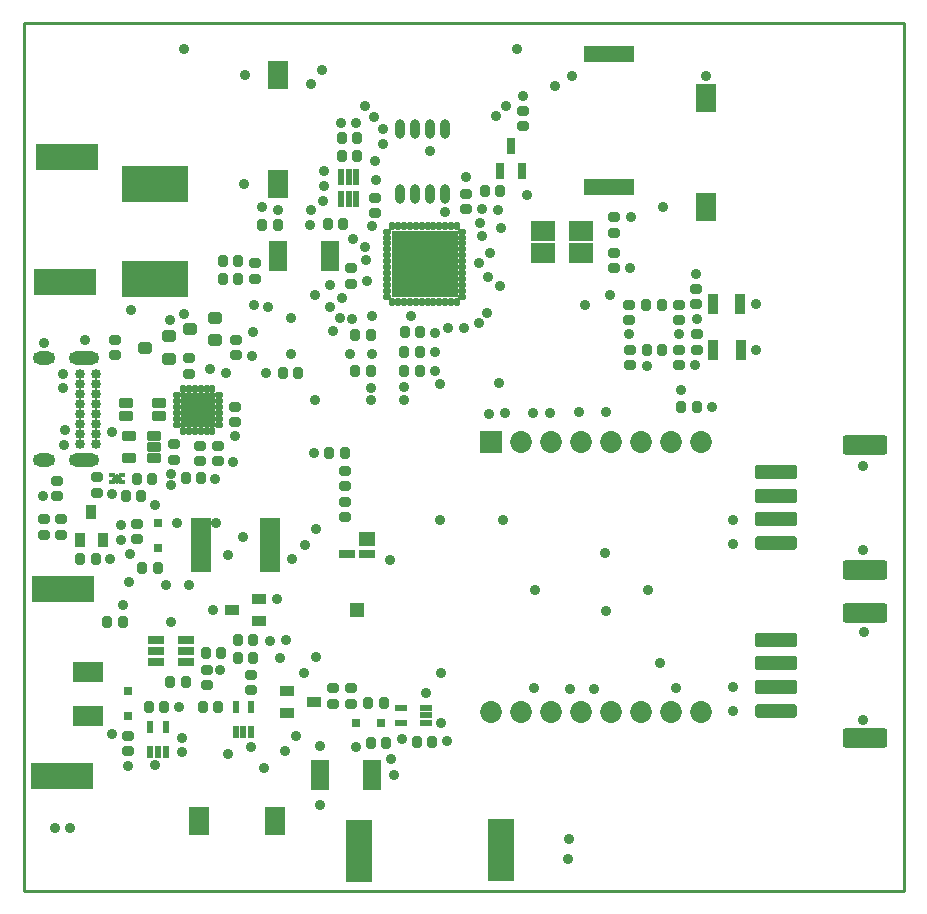
<source format=gts>
G04*
G04 #@! TF.GenerationSoftware,Altium Limited,Altium Designer,22.10.1 (41)*
G04*
G04 Layer_Color=8388736*
%FSLAX43Y43*%
%MOMM*%
G71*
G04*
G04 #@! TF.SameCoordinates,DCDCABE6-F013-49A3-9D9D-6440811BB2A6*
G04*
G04*
G04 #@! TF.FilePolarity,Negative*
G04*
G01*
G75*
%ADD16C,0.254*%
%ADD56R,5.703X3.153*%
G04:AMPARAMS|DCode=57|XSize=0.85mm|YSize=0.95mm|CornerRadius=0.163mm|HoleSize=0mm|Usage=FLASHONLY|Rotation=180.000|XOffset=0mm|YOffset=0mm|HoleType=Round|Shape=RoundedRectangle|*
%AMROUNDEDRECTD57*
21,1,0.850,0.625,0,0,180.0*
21,1,0.525,0.950,0,0,180.0*
1,1,0.325,-0.263,0.313*
1,1,0.325,0.263,0.313*
1,1,0.325,0.263,-0.313*
1,1,0.325,-0.263,-0.313*
%
%ADD57ROUNDEDRECTD57*%
%ADD58R,5.300X2.300*%
G04:AMPARAMS|DCode=59|XSize=0.85mm|YSize=0.95mm|CornerRadius=0.163mm|HoleSize=0mm|Usage=FLASHONLY|Rotation=90.000|XOffset=0mm|YOffset=0mm|HoleType=Round|Shape=RoundedRectangle|*
%AMROUNDEDRECTD59*
21,1,0.850,0.625,0,0,90.0*
21,1,0.525,0.950,0,0,90.0*
1,1,0.325,0.313,0.263*
1,1,0.325,0.313,-0.263*
1,1,0.325,-0.313,-0.263*
1,1,0.325,-0.313,0.263*
%
%ADD59ROUNDEDRECTD59*%
%ADD60R,1.603X0.503*%
%ADD61O,0.553X0.703*%
%ADD62O,0.703X0.553*%
%ADD63R,5.603X5.603*%
%ADD64R,0.803X1.453*%
%ADD65O,0.803X1.653*%
%ADD66R,0.603X1.403*%
%ADD67R,4.203X1.403*%
%ADD68R,2.103X1.703*%
%ADD69R,0.953X1.653*%
%ADD70R,2.300X5.300*%
G04:AMPARAMS|DCode=71|XSize=0.85mm|YSize=1.25mm|CornerRadius=0.173mm|HoleSize=0mm|Usage=FLASHONLY|Rotation=270.000|XOffset=0mm|YOffset=0mm|HoleType=Round|Shape=RoundedRectangle|*
%AMROUNDEDRECTD71*
21,1,0.850,0.904,0,0,270.0*
21,1,0.504,1.250,0,0,270.0*
1,1,0.346,-0.452,-0.252*
1,1,0.346,-0.452,0.252*
1,1,0.346,0.452,0.252*
1,1,0.346,0.452,-0.252*
%
%ADD71ROUNDEDRECTD71*%
G04:AMPARAMS|DCode=72|XSize=0.85mm|YSize=1.25mm|CornerRadius=0.222mm|HoleSize=0mm|Usage=FLASHONLY|Rotation=270.000|XOffset=0mm|YOffset=0mm|HoleType=Round|Shape=RoundedRectangle|*
%AMROUNDEDRECTD72*
21,1,0.850,0.806,0,0,270.0*
21,1,0.406,1.250,0,0,270.0*
1,1,0.444,-0.403,-0.203*
1,1,0.444,-0.403,0.203*
1,1,0.444,0.403,0.203*
1,1,0.444,0.403,-0.203*
%
%ADD72ROUNDEDRECTD72*%
G04:AMPARAMS|DCode=73|XSize=3.603mm|YSize=1.203mm|CornerRadius=0.352mm|HoleSize=0mm|Usage=FLASHONLY|Rotation=180.000|XOffset=0mm|YOffset=0mm|HoleType=Round|Shape=RoundedRectangle|*
%AMROUNDEDRECTD73*
21,1,3.603,0.500,0,0,180.0*
21,1,2.900,1.203,0,0,180.0*
1,1,0.703,-1.450,0.250*
1,1,0.703,1.450,0.250*
1,1,0.703,1.450,-0.250*
1,1,0.703,-1.450,-0.250*
%
%ADD73ROUNDEDRECTD73*%
G04:AMPARAMS|DCode=74|XSize=3.603mm|YSize=1.203mm|CornerRadius=0.252mm|HoleSize=0mm|Usage=FLASHONLY|Rotation=180.000|XOffset=0mm|YOffset=0mm|HoleType=Round|Shape=RoundedRectangle|*
%AMROUNDEDRECTD74*
21,1,3.603,0.700,0,0,180.0*
21,1,3.100,1.203,0,0,180.0*
1,1,0.503,-1.550,0.350*
1,1,0.503,1.550,0.350*
1,1,0.503,1.550,-0.350*
1,1,0.503,-1.550,-0.350*
%
%ADD74ROUNDEDRECTD74*%
G04:AMPARAMS|DCode=75|XSize=3.803mm|YSize=1.703mm|CornerRadius=0.297mm|HoleSize=0mm|Usage=FLASHONLY|Rotation=180.000|XOffset=0mm|YOffset=0mm|HoleType=Round|Shape=RoundedRectangle|*
%AMROUNDEDRECTD75*
21,1,3.803,1.110,0,0,180.0*
21,1,3.210,1.703,0,0,180.0*
1,1,0.593,-1.605,0.555*
1,1,0.593,1.605,0.555*
1,1,0.593,1.605,-0.555*
1,1,0.593,-1.605,-0.555*
%
%ADD75ROUNDEDRECTD75*%
%ADD76R,1.203X1.203*%
%ADD77R,1.453X0.703*%
%ADD78R,1.453X1.203*%
%ADD79R,0.803X0.663*%
%ADD80R,0.663X0.803*%
G04:AMPARAMS|DCode=81|XSize=1.25mm|YSize=0.8mm|CornerRadius=0.156mm|HoleSize=0mm|Usage=FLASHONLY|Rotation=180.000|XOffset=0mm|YOffset=0mm|HoleType=Round|Shape=RoundedRectangle|*
%AMROUNDEDRECTD81*
21,1,1.250,0.488,0,0,180.0*
21,1,0.938,0.800,0,0,180.0*
1,1,0.313,-0.469,0.244*
1,1,0.313,0.469,0.244*
1,1,0.313,0.469,-0.244*
1,1,0.313,-0.469,-0.244*
%
%ADD81ROUNDEDRECTD81*%
%ADD82R,0.603X1.053*%
%ADD83R,1.678X0.653*%
%ADD84R,1.053X0.603*%
%ADD85R,1.403X0.803*%
%ADD86R,1.803X2.403*%
%ADD87R,2.603X1.703*%
%ADD88P,0.877X4X90.0*%
%ADD89O,0.753X0.553*%
%ADD90O,0.553X0.753*%
%ADD91R,2.853X2.853*%
%ADD92R,1.803X2.383*%
%ADD93R,1.803X2.403*%
%ADD94R,1.303X0.853*%
%ADD95R,0.853X1.303*%
G04:AMPARAMS|DCode=96|XSize=1.25mm|YSize=0.95mm|CornerRadius=0.175mm|HoleSize=0mm|Usage=FLASHONLY|Rotation=180.000|XOffset=0mm|YOffset=0mm|HoleType=Round|Shape=RoundedRectangle|*
%AMROUNDEDRECTD96*
21,1,1.250,0.600,0,0,180.0*
21,1,0.900,0.950,0,0,180.0*
1,1,0.350,-0.450,0.300*
1,1,0.350,0.450,0.300*
1,1,0.350,0.450,-0.300*
1,1,0.350,-0.450,-0.300*
%
%ADD96ROUNDEDRECTD96*%
%ADD97C,1.853*%
%ADD98R,1.853X1.853*%
%ADD99O,2.603X1.103*%
%ADD100O,1.903X1.103*%
%ADD101C,0.853*%
%ADD102C,0.903*%
%ADD103C,0.703*%
G36*
X7740Y34580D02*
Y34395D01*
X7250D01*
Y34755D01*
X7565D01*
X7740Y34580D01*
D02*
G37*
G36*
Y35220D02*
X7565Y35045D01*
X7250D01*
Y35405D01*
X7740D01*
Y35220D01*
D02*
G37*
G36*
X8550Y34395D02*
X8060D01*
Y34580D01*
X8235Y34755D01*
X8550D01*
Y34395D01*
D02*
G37*
G36*
Y35045D02*
X8235D01*
X8060Y35220D01*
Y35405D01*
X8550D01*
Y35045D01*
D02*
G37*
D16*
X0Y0D02*
X74500D01*
X74500Y73500D02*
X74500Y0D01*
X0Y73500D02*
X74500D01*
X0Y0D02*
Y73500D01*
D56*
X11100Y59875D02*
D03*
Y51775D02*
D03*
D57*
X21500Y56350D02*
D03*
X20200D02*
D03*
X18182Y51801D02*
D03*
X16882D02*
D03*
X18175Y53300D02*
D03*
X16875D02*
D03*
X39025Y59275D02*
D03*
X40325D02*
D03*
X52775Y45750D02*
D03*
X54075D02*
D03*
X32250Y45625D02*
D03*
X33550D02*
D03*
X32275Y47325D02*
D03*
X33575D02*
D03*
X32250Y43975D02*
D03*
X33550D02*
D03*
X28075Y44000D02*
D03*
X29375D02*
D03*
X52725Y49575D02*
D03*
X54025D02*
D03*
X28075Y47075D02*
D03*
X29375D02*
D03*
X27061Y56425D02*
D03*
X25761D02*
D03*
X26950Y63750D02*
D03*
X28250D02*
D03*
X28225Y62225D02*
D03*
X26925D02*
D03*
X25875Y37100D02*
D03*
X27175D02*
D03*
X15200Y15525D02*
D03*
X16500D02*
D03*
X10050Y27325D02*
D03*
X11350D02*
D03*
X34575Y12600D02*
D03*
X33275D02*
D03*
X19425Y19725D02*
D03*
X18125D02*
D03*
X29425Y12475D02*
D03*
X30725D02*
D03*
X10875Y34850D02*
D03*
X9575D02*
D03*
X8400Y22775D02*
D03*
X7100D02*
D03*
X11900Y15525D02*
D03*
X10600D02*
D03*
X12425Y17700D02*
D03*
X13725D02*
D03*
X57000Y40925D02*
D03*
X55700D02*
D03*
X15025Y34950D02*
D03*
X13725D02*
D03*
X18125Y21200D02*
D03*
X19425D02*
D03*
X29200Y15900D02*
D03*
X30500D02*
D03*
X4800Y28125D02*
D03*
X6100D02*
D03*
X9950Y33400D02*
D03*
X8650D02*
D03*
X15450Y20125D02*
D03*
X16750D02*
D03*
X23250Y43850D02*
D03*
X21950D02*
D03*
D58*
X3500Y51525D02*
D03*
X3700Y62100D02*
D03*
X3275Y9750D02*
D03*
X3325Y25550D02*
D03*
D59*
X19625Y51825D02*
D03*
Y53125D02*
D03*
X29750Y57375D02*
D03*
Y58675D02*
D03*
X37450Y59000D02*
D03*
Y57700D02*
D03*
X50025Y52700D02*
D03*
Y54000D02*
D03*
X50000Y57025D02*
D03*
Y55725D02*
D03*
X42258Y64746D02*
D03*
Y66046D02*
D03*
X55450Y49625D02*
D03*
Y48325D02*
D03*
X55500Y45800D02*
D03*
Y44500D02*
D03*
X56975Y45800D02*
D03*
Y47100D02*
D03*
X56925Y49650D02*
D03*
Y50950D02*
D03*
X51300Y49625D02*
D03*
Y48325D02*
D03*
X51375Y45800D02*
D03*
Y44500D02*
D03*
X27750Y52700D02*
D03*
Y51400D02*
D03*
X27175Y32900D02*
D03*
Y31600D02*
D03*
X27175Y34275D02*
D03*
Y35575D02*
D03*
X8825Y11825D02*
D03*
Y13125D02*
D03*
X27750Y17150D02*
D03*
Y15850D02*
D03*
X1725Y30150D02*
D03*
Y31450D02*
D03*
X9600Y31050D02*
D03*
Y29750D02*
D03*
X6225Y33700D02*
D03*
Y35000D02*
D03*
X17900Y39675D02*
D03*
Y40975D02*
D03*
X14975Y36350D02*
D03*
Y37650D02*
D03*
X12725Y36500D02*
D03*
Y37800D02*
D03*
X19250Y18300D02*
D03*
Y17000D02*
D03*
X26225Y15850D02*
D03*
Y17150D02*
D03*
X3200Y31450D02*
D03*
Y30150D02*
D03*
X15500Y17375D02*
D03*
Y18675D02*
D03*
X2870Y34730D02*
D03*
Y33430D02*
D03*
X7770Y45340D02*
D03*
Y46640D02*
D03*
X17950Y45350D02*
D03*
Y46650D02*
D03*
X13975Y45075D02*
D03*
Y43775D02*
D03*
X16475Y36350D02*
D03*
Y37650D02*
D03*
D60*
X21525Y52725D02*
D03*
Y53225D02*
D03*
Y53725D02*
D03*
Y54225D02*
D03*
Y54725D02*
D03*
X25925D02*
D03*
Y54225D02*
D03*
Y53725D02*
D03*
Y53225D02*
D03*
Y52725D02*
D03*
X29475Y8800D02*
D03*
Y9300D02*
D03*
Y9800D02*
D03*
Y10300D02*
D03*
Y10800D02*
D03*
X25075D02*
D03*
Y10300D02*
D03*
Y9800D02*
D03*
Y9300D02*
D03*
Y8800D02*
D03*
D61*
X31200Y49850D02*
D03*
X31700D02*
D03*
X32200D02*
D03*
X32700D02*
D03*
X33200D02*
D03*
X33700D02*
D03*
X34200D02*
D03*
X34700D02*
D03*
X35200D02*
D03*
X35700D02*
D03*
X36200D02*
D03*
X36700D02*
D03*
Y56250D02*
D03*
X36200D02*
D03*
X35700D02*
D03*
X35200D02*
D03*
X34700D02*
D03*
X34200D02*
D03*
X33700D02*
D03*
X33200D02*
D03*
X32700D02*
D03*
X32200D02*
D03*
X31700D02*
D03*
X31200D02*
D03*
D62*
X37150Y50300D02*
D03*
Y50800D02*
D03*
Y51300D02*
D03*
Y51800D02*
D03*
Y52300D02*
D03*
Y52800D02*
D03*
Y53300D02*
D03*
Y53800D02*
D03*
Y54300D02*
D03*
Y54800D02*
D03*
Y55300D02*
D03*
Y55800D02*
D03*
X30750D02*
D03*
Y55300D02*
D03*
Y54800D02*
D03*
Y54300D02*
D03*
Y53800D02*
D03*
Y53300D02*
D03*
Y52800D02*
D03*
Y52300D02*
D03*
Y51800D02*
D03*
Y51300D02*
D03*
Y50800D02*
D03*
Y50300D02*
D03*
D63*
X33950Y53050D02*
D03*
D64*
X41275Y63075D02*
D03*
X42230Y60975D02*
D03*
X40320D02*
D03*
D65*
X31870Y59000D02*
D03*
X33140D02*
D03*
X34410D02*
D03*
X35680D02*
D03*
X31870Y64450D02*
D03*
X33140D02*
D03*
X34410D02*
D03*
X35680D02*
D03*
D66*
X26875Y60450D02*
D03*
X27525D02*
D03*
X28175D02*
D03*
Y58550D02*
D03*
X27525D02*
D03*
X26875D02*
D03*
D67*
X49550Y59600D02*
D03*
Y70800D02*
D03*
D68*
X43975Y55825D02*
D03*
X47175D02*
D03*
X43975Y53975D02*
D03*
X47175D02*
D03*
D69*
X60700Y45775D02*
D03*
X58400D02*
D03*
X60650Y49675D02*
D03*
X58350D02*
D03*
D70*
X40425Y3475D02*
D03*
X28375Y3400D02*
D03*
D71*
X8640Y41280D02*
D03*
X11440D02*
D03*
X8640Y40180D02*
D03*
D72*
X11440D02*
D03*
D73*
X63700Y15250D02*
D03*
Y29450D02*
D03*
D74*
Y17250D02*
D03*
Y19250D02*
D03*
Y21250D02*
D03*
Y31450D02*
D03*
Y33450D02*
D03*
Y35450D02*
D03*
D75*
X71200Y12950D02*
D03*
Y23550D02*
D03*
Y27150D02*
D03*
Y37750D02*
D03*
D76*
X28225Y23800D02*
D03*
D77*
X29100Y28550D02*
D03*
X27350D02*
D03*
D78*
X29100Y29800D02*
D03*
D79*
X30250Y14200D02*
D03*
X28150D02*
D03*
D80*
X8825Y14800D02*
D03*
Y16900D02*
D03*
X11350Y31150D02*
D03*
Y29050D02*
D03*
D81*
X11040Y36620D02*
D03*
Y38520D02*
D03*
Y37570D02*
D03*
X8940Y36620D02*
D03*
Y38520D02*
D03*
D82*
X17950Y15550D02*
D03*
X19250D02*
D03*
Y13450D02*
D03*
X18600D02*
D03*
X17950D02*
D03*
X10725Y11775D02*
D03*
X11375D02*
D03*
X12025D02*
D03*
Y13875D02*
D03*
X10725D02*
D03*
D83*
X14987Y27350D02*
D03*
Y28000D02*
D03*
Y28650D02*
D03*
Y29300D02*
D03*
Y29950D02*
D03*
Y30600D02*
D03*
Y31250D02*
D03*
X20863D02*
D03*
Y30600D02*
D03*
Y29950D02*
D03*
Y29300D02*
D03*
Y28650D02*
D03*
Y28000D02*
D03*
Y27350D02*
D03*
D84*
X34050Y14200D02*
D03*
Y14850D02*
D03*
Y15500D02*
D03*
X31950D02*
D03*
Y14200D02*
D03*
D85*
X13750Y19325D02*
D03*
Y20275D02*
D03*
Y21225D02*
D03*
X11250D02*
D03*
Y20275D02*
D03*
Y19325D02*
D03*
D86*
X14875Y5925D02*
D03*
X21275D02*
D03*
D87*
X5450Y14825D02*
D03*
Y18525D02*
D03*
D88*
X7900Y34900D02*
D03*
D89*
X12970Y41960D02*
D03*
Y41460D02*
D03*
Y40960D02*
D03*
Y40460D02*
D03*
Y39960D02*
D03*
Y39460D02*
D03*
X16520D02*
D03*
Y39960D02*
D03*
Y40460D02*
D03*
Y40960D02*
D03*
Y41460D02*
D03*
Y41960D02*
D03*
D90*
X13495Y38935D02*
D03*
X13995D02*
D03*
X14495D02*
D03*
X14995D02*
D03*
X15495D02*
D03*
X15995D02*
D03*
Y42485D02*
D03*
X15495D02*
D03*
X14995D02*
D03*
X14495D02*
D03*
X13995D02*
D03*
X13495D02*
D03*
D91*
X14745Y40710D02*
D03*
D92*
X21575Y69045D02*
D03*
X57775Y67120D02*
D03*
D93*
X21575Y59855D02*
D03*
X57775Y57930D02*
D03*
D94*
X17650Y23750D02*
D03*
X19950Y24700D02*
D03*
Y22800D02*
D03*
X24600Y15975D02*
D03*
X22300Y15025D02*
D03*
Y16925D02*
D03*
D95*
X5750Y32025D02*
D03*
X6700Y29725D02*
D03*
X4800D02*
D03*
D96*
X16225Y46625D02*
D03*
Y48525D02*
D03*
X14125Y47575D02*
D03*
X12350Y45025D02*
D03*
Y46925D02*
D03*
X10250Y45975D02*
D03*
D97*
X54780Y38025D02*
D03*
X52240D02*
D03*
X49700D02*
D03*
X47160D02*
D03*
X44620D02*
D03*
X42080D02*
D03*
X57320D02*
D03*
Y15165D02*
D03*
X42080Y15125D02*
D03*
X47160D02*
D03*
X49700D02*
D03*
X52240D02*
D03*
X54780D02*
D03*
X44620D02*
D03*
X39540D02*
D03*
D98*
Y38025D02*
D03*
D99*
X5130Y36450D02*
D03*
Y45100D02*
D03*
D100*
X1750Y36450D02*
D03*
Y45100D02*
D03*
D101*
X4760Y43750D02*
D03*
Y42900D02*
D03*
Y42050D02*
D03*
Y41200D02*
D03*
Y40350D02*
D03*
Y39500D02*
D03*
Y38650D02*
D03*
Y37800D02*
D03*
X6110D02*
D03*
Y38650D02*
D03*
Y39500D02*
D03*
Y40350D02*
D03*
Y41200D02*
D03*
Y42050D02*
D03*
Y42900D02*
D03*
Y43750D02*
D03*
D102*
X16670Y18720D02*
D03*
X13125Y15525D02*
D03*
X9100Y49150D02*
D03*
X13575Y48825D02*
D03*
X32775Y48650D02*
D03*
X29475Y45475D02*
D03*
X27600Y45450D02*
D03*
X27825Y48425D02*
D03*
X29450Y41550D02*
D03*
X25400Y59650D02*
D03*
X31025Y28025D02*
D03*
X8825Y10575D02*
D03*
X11093Y10668D02*
D03*
X20350Y10400D02*
D03*
X17300Y11600D02*
D03*
X13450Y11775D02*
D03*
X22150Y11850D02*
D03*
X13425Y12900D02*
D03*
X19250Y12175D02*
D03*
X32000Y12850D02*
D03*
X7500Y13300D02*
D03*
X9025Y28525D02*
D03*
X8925Y26125D02*
D03*
X53875Y19250D02*
D03*
X23075Y13100D02*
D03*
X12075Y25850D02*
D03*
X41775Y71300D02*
D03*
X46450Y69004D02*
D03*
X54100Y57925D02*
D03*
X13550Y71275D02*
D03*
X24800Y19775D02*
D03*
Y30600D02*
D03*
X21725Y19725D02*
D03*
X18575Y29950D02*
D03*
X23750Y18475D02*
D03*
X23800Y29300D02*
D03*
X22725Y28075D02*
D03*
X35375Y18450D02*
D03*
X22250Y21200D02*
D03*
X20891Y21165D02*
D03*
X49625Y50450D02*
D03*
X47550Y49600D02*
D03*
X39200Y48896D02*
D03*
X38575Y48075D02*
D03*
X38796Y57700D02*
D03*
X40200Y57675D02*
D03*
X38550Y53121D02*
D03*
X38650Y56575D02*
D03*
X39500Y54025D02*
D03*
X39350Y51950D02*
D03*
X40325Y51175D02*
D03*
X40425Y56075D02*
D03*
X38825Y55450D02*
D03*
X18750Y69050D02*
D03*
X18700Y59850D02*
D03*
X57775Y69000D02*
D03*
X46150Y4350D02*
D03*
X46100Y2725D02*
D03*
X71100Y14425D02*
D03*
X71150Y21875D02*
D03*
X71100Y28825D02*
D03*
Y36000D02*
D03*
X52900Y25450D02*
D03*
X49300Y23675D02*
D03*
X60080Y15185D02*
D03*
Y17210D02*
D03*
Y29335D02*
D03*
Y31385D02*
D03*
X49250Y28600D02*
D03*
X43300Y25500D02*
D03*
X32250Y42650D02*
D03*
X29454Y42525D02*
D03*
X29500Y48700D02*
D03*
X29105Y51662D02*
D03*
X28875Y54475D02*
D03*
X28991Y53421D02*
D03*
X34800Y47225D02*
D03*
X26950Y50150D02*
D03*
X26750Y48500D02*
D03*
X25925Y49425D02*
D03*
X35925Y47650D02*
D03*
X37275Y47675D02*
D03*
X55250Y17175D02*
D03*
X40625Y31400D02*
D03*
X35275D02*
D03*
Y42875D02*
D03*
X40250Y42950D02*
D03*
X48325Y17100D02*
D03*
X42650Y58925D02*
D03*
X46300Y17075D02*
D03*
X32225Y41550D02*
D03*
X24675D02*
D03*
X22650Y48500D02*
D03*
X22625Y45425D02*
D03*
X19475Y49625D02*
D03*
X19425Y47325D02*
D03*
X26200Y47375D02*
D03*
X17100Y43846D02*
D03*
X19300Y45275D02*
D03*
X20500Y43846D02*
D03*
X20675Y49450D02*
D03*
X24650Y50475D02*
D03*
X25925Y51250D02*
D03*
X27925Y55175D02*
D03*
X29493Y56254D02*
D03*
X24225Y56350D02*
D03*
X43250Y17150D02*
D03*
X25300Y69475D02*
D03*
X24300Y68275D02*
D03*
X42250Y67250D02*
D03*
X24325Y57625D02*
D03*
X25400Y60900D02*
D03*
X49300Y40550D02*
D03*
X29750Y61775D02*
D03*
X29825Y60200D02*
D03*
X30450Y63200D02*
D03*
X25350Y58425D02*
D03*
X45000Y68150D02*
D03*
X47050Y40500D02*
D03*
X44575Y40450D02*
D03*
X40825Y66475D02*
D03*
X40025Y65600D02*
D03*
X28171Y65025D02*
D03*
X37450Y60400D02*
D03*
X30454Y64450D02*
D03*
X29704Y65525D02*
D03*
X28875Y66475D02*
D03*
X43150Y40475D02*
D03*
X40750Y40450D02*
D03*
X39375Y40400D02*
D03*
X55700Y42425D02*
D03*
X58300Y40925D02*
D03*
X34825Y45625D02*
D03*
X34800Y43975D02*
D03*
X20200Y57850D02*
D03*
X21500Y57600D02*
D03*
X51300Y47125D02*
D03*
X55450D02*
D03*
X35675Y57425D02*
D03*
X34430Y62595D02*
D03*
X51425Y57025D02*
D03*
X52750Y44400D02*
D03*
X56850Y44500D02*
D03*
X62000Y45800D02*
D03*
X56975Y48375D02*
D03*
X62000Y49675D02*
D03*
X56900Y52200D02*
D03*
X51325Y52700D02*
D03*
X26900Y65025D02*
D03*
X15800Y44200D02*
D03*
X24575Y37100D02*
D03*
X12475Y34350D02*
D03*
X8400Y24225D02*
D03*
X16025Y23800D02*
D03*
X17275Y28425D02*
D03*
X7350Y28125D02*
D03*
X13975Y25850D02*
D03*
X16325Y31175D02*
D03*
X21425Y24700D02*
D03*
X35325Y14175D02*
D03*
X13025Y31175D02*
D03*
X34050Y16750D02*
D03*
X35875Y12650D02*
D03*
X31075Y11125D02*
D03*
X28150Y12150D02*
D03*
X25075Y12250D02*
D03*
X31375Y9800D02*
D03*
X25069Y7236D02*
D03*
X3925Y5275D02*
D03*
X2675Y5325D02*
D03*
X8250Y30950D02*
D03*
X8225Y29700D02*
D03*
X16225Y34900D02*
D03*
X11150Y32675D02*
D03*
X17700Y36325D02*
D03*
X7475Y33600D02*
D03*
X3500Y39000D02*
D03*
X3375Y42550D02*
D03*
X12475Y22775D02*
D03*
X12450Y35300D02*
D03*
X17900Y38475D02*
D03*
X12380Y48305D02*
D03*
X7520Y38880D02*
D03*
X1750Y46390D02*
D03*
X3400Y37750D02*
D03*
X1640Y33430D02*
D03*
X3360Y43720D02*
D03*
X5210Y46610D02*
D03*
D103*
X31750Y50850D02*
D03*
Y51950D02*
D03*
Y53050D02*
D03*
Y54150D02*
D03*
Y55250D02*
D03*
X32850Y50850D02*
D03*
Y51950D02*
D03*
Y53050D02*
D03*
Y54150D02*
D03*
Y55250D02*
D03*
X33950Y50850D02*
D03*
Y51950D02*
D03*
Y53050D02*
D03*
Y54150D02*
D03*
Y55250D02*
D03*
X35050Y50850D02*
D03*
Y51950D02*
D03*
Y53050D02*
D03*
Y54150D02*
D03*
Y55250D02*
D03*
X36150Y50850D02*
D03*
Y51950D02*
D03*
Y53050D02*
D03*
Y54150D02*
D03*
Y55250D02*
D03*
X14195Y41260D02*
D03*
X15295D02*
D03*
X14195Y40160D02*
D03*
X15295D02*
D03*
M02*

</source>
